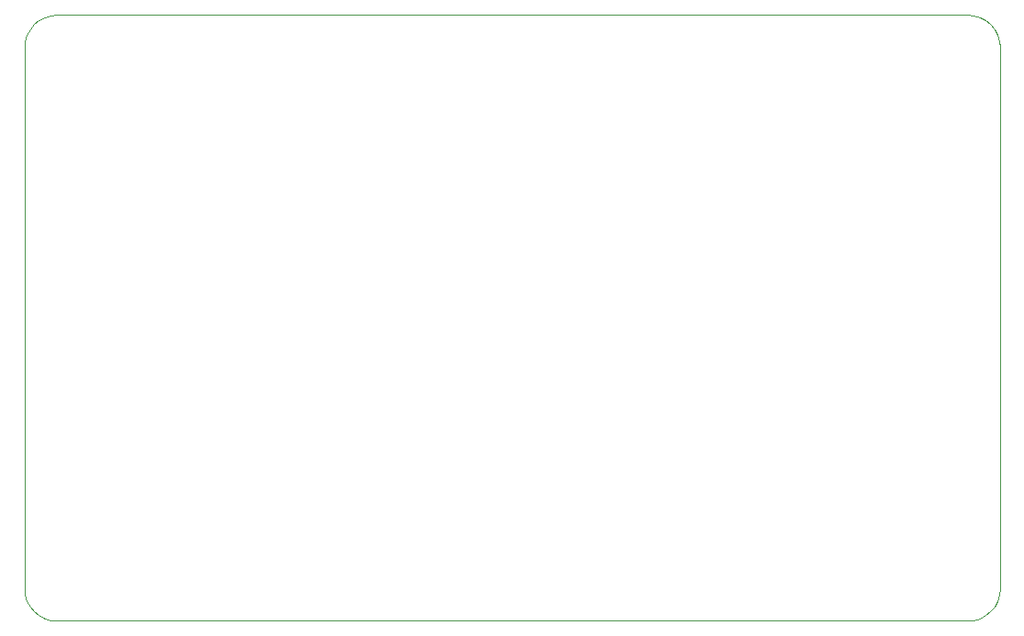
<source format=gko>
G04 Layer_Color=16711935*
%FSLAX43Y43*%
%MOMM*%
G71*
G01*
G75*
%ADD109C,0.010*%
D109*
X89943Y53585D02*
X90000Y53000D01*
X89772Y54148D02*
X89943Y53585D01*
X89495Y54667D02*
X89772Y54148D01*
X89121Y55121D02*
X89495Y54667D01*
X88667Y55494D02*
X89121Y55121D01*
X88148Y55772D02*
X88667Y55494D01*
X87585Y55942D02*
X88148Y55772D01*
X87000Y56000D02*
X87585Y55942D01*
X90000Y3000D02*
Y53000D01*
X87000Y0D02*
X87585Y58D01*
X88148Y228D01*
X88667Y506D01*
X89121Y879D01*
X89495Y1333D01*
X89772Y1852D01*
X89943Y2415D01*
X90000Y3000D01*
X3000Y56000D02*
X87000D01*
X2415Y55942D02*
X3000Y56000D01*
X1852Y55772D02*
X2415Y55942D01*
X1333Y55494D02*
X1852Y55772D01*
X879Y55121D02*
X1333Y55494D01*
X506Y54667D02*
X879Y55121D01*
X228Y54148D02*
X506Y54667D01*
X58Y53585D02*
X228Y54148D01*
X0Y53000D02*
X58Y53585D01*
X0Y3000D02*
Y53000D01*
Y3000D02*
X58Y2415D01*
X228Y1852D01*
X506Y1333D01*
X879Y879D01*
X1333Y506D01*
X1852Y228D01*
X2415Y58D01*
X3000Y0D01*
X87000D01*
M02*

</source>
